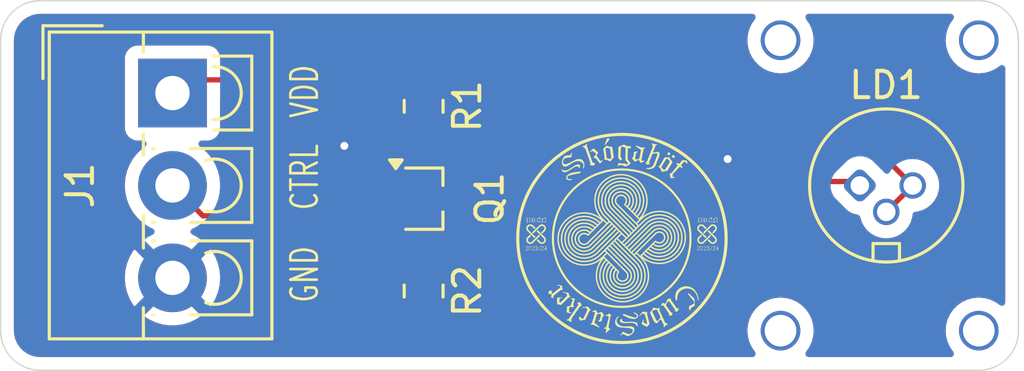
<source format=kicad_pcb>
(kicad_pcb (version 20221018) (generator pcbnew)
  (layers (0 "F.Cu" signal) (31 "B.Cu" signal) (34 "B.Paste" user) (35 "F.Paste" user) (36 "B.SilkS" user "B.Silkscreen") (37 "F.SilkS" user "F.Silkscreen") (38 "B.Mask" user) (39 "F.Mask" user) (44 "Edge.Cuts" user))
  (net 0 "")
  (net 1 "+5V")
  (net 2 "Net-(J1-Pin_2)")
  (net 3 "GND")
  (net 4 "Net-(Q1-D)")
  (net 5 "Net-(LD1-Pad2)")
  (footprint "Resistor_SMD:R_0805_2012Metric_Pad1.20x1.40mm_HandSolder" (layer "F.Cu") (at 124 99 -90)
    (fp_text reference "R2" (at 0 -1.65 90) (layer "F.SilkS"))
    (fp_text value "100k")
    (pad "1" smd roundrect (at -1 0 270) (size 1.2 1.4) (layers "F.Cu" "F.Paste" "F.Mask") (roundrect_rratio 0.2083333333) (net 2 "Net-(J1-Pin_2)"))
    (pad "2" smd roundrect (at 1 0 270) (size 1.2 1.4) (layers "F.Cu" "F.Paste" "F.Mask") (roundrect_rratio 0.2083333333) (net 3 "GND"))
  )
  (footprint "logo:Skógahöf_XS" (layer "F.Cu") (at 131.5 97)
    (fp_text reference "G***" hide)
    (fp_text value "LOGO" hide)
  )
  (footprint "Package_TO_SOT_SMD:SOT-323_SC-70" (layer "F.Cu") (at 124 95.5)
    (fp_text reference "Q1" (at 2.5 0 90) (layer "F.SilkS"))
    (fp_text value "NMOS")
    (pad "1" smd roundrect (at -1 -0.65 270) (size 0.45 0.7) (layers "F.Cu" "F.Paste" "F.Mask") (net 4 "Net-(Q1-D)"))
    (pad "2" smd roundrect (at -1 0.65 270) (size 0.45 0.7) (layers "F.Cu" "F.Paste" "F.Mask") (net 2 "Net-(J1-Pin_2)"))
    (pad "3" smd roundrect (at 1 0 270) (size 0.45 0.7) (layers "F.Cu" "F.Paste" "F.Mask") (net 3 "GND"))
  )
  (footprint "OptoDevice:LaserDiode_TO56-3" (layer "F.Cu") (at 140.5 95)
    (fp_text reference "LD1" (at 0.99 -3.8) (layer "F.SilkS"))
    (fp_text value "ADL-65055TL")
    (pad "1" thru_hole roundrect (at 0 0 45) (size 1 1) (drill 0.7) (layers "*.Cu" "*.Mask") (net 4 "Net-(Q1-D)"))
    (pad "2" thru_hole circle (at 1 1) (size 1 1) (drill 0.7) (layers "*.Cu" "*.Mask") (net 5 "Net-(LD1-Pad2)"))
    (pad "3" thru_hole circle (at 2 0) (size 1 1) (drill 0.7) (layers "*.Cu" "*.Mask") (net 5 "Net-(LD1-Pad2)"))
  )
  (footprint "TerminalBlock_4Ucon:TerminalBlock_4Ucon_1x03_P3.50mm_Vertical" (layer "F.Cu") (at 114.5 91.5 -90)
    (fp_text reference "J1" (at 3.5 3.5 90) (layer "F.SilkS"))
    (fp_text value "Raspi")
    (pad "1" thru_hole rect (at 0 0 270) (size 2.6 2.6) (drill 1.3) (layers "*.Cu" "*.Mask") (net 1 "+5V"))
    (pad "2" thru_hole circle (at 3.5 0 270) (size 2.6 2.6) (drill 1.3) (layers "*.Cu" "*.Mask") (net 2 "Net-(J1-Pin_2)"))
    (pad "3" thru_hole circle (at 7 0 270) (size 2.6 2.6) (drill 1.3) (layers "*.Cu" "*.Mask") (net 3 "GND"))
  )
  (footprint "Resistor_SMD:R_0805_2012Metric_Pad1.20x1.40mm_HandSolder" (layer "F.Cu") (at 124 92 -90)
    (fp_text reference "R1" (at 0 -1.65 90) (layer "F.SilkS"))
    (fp_text value "150")
    (pad "1" smd roundrect (at -1 0 270) (size 1.2 1.4) (layers "F.Cu" "F.Paste" "F.Mask") (roundrect_rratio 0.2083333333) (net 1 "+5V"))
    (pad "2" smd roundrect (at 1 0 270) (size 1.2 1.4) (layers "F.Cu" "F.Paste" "F.Mask") (roundrect_rratio 0.2083333333) (net 5 "Net-(LD1-Pad2)"))
  )
  (gr_arc (start 108 89.5) (mid 108.43934 88.43934) (end 109.5 88) (stroke (width 0.05)) (layer "Edge.Cuts"))
  (gr_line (start 109.5 102) (end 145 102) (stroke (width 0.05)) (layer "Edge.Cuts"))
  (gr_line (start 146.5 100.5) (end 146.5 89.5) (stroke (width 0.05)) (layer "Edge.Cuts"))
  (gr_arc (start 109.5 102) (mid 108.43934 101.56066) (end 108 100.5) (stroke (width 0.05)) (layer "Edge.Cuts"))
  (gr_line (start 108 89.5) (end 108 100.5) (stroke (width 0.05)) (layer "Edge.Cuts"))
  (gr_arc (start 145 88) (mid 146.06066 88.43934) (end 146.5 89.5) (stroke (width 0.05)) (layer "Edge.Cuts"))
  (gr_arc (start 146.5 100.5) (mid 146.06066 101.56066) (end 145 102) (stroke (width 0.05)) (layer "Edge.Cuts"))
  (gr_line (start 145 88) (end 109.5 88) (stroke (width 0.05)) (layer "Edge.Cuts"))
  (gr_text "CTRL" (at 119.5 96 90) (layer "F.SilkS") (effects (font (size 1 0.7) (thickness 0.1)) (justify left)))
  (gr_text "VDD" (at 119.5 92.5 90) (layer "F.SilkS") (effects (font (size 1 0.7) (thickness 0.1)) (justify left)))
  (gr_text "GND" (at 119.5 99.5 90) (layer "F.SilkS") (effects (font (size 1 0.7) (thickness 0.1)) (justify left)))
  (via (at 137.5 100.5) (size 1.5) (drill 1.2) (layers "F.Cu" "B.Cu") (net 0))
  (via (at 145 89.5) (size 1.5) (drill 1.2) (layers "F.Cu" "B.Cu") (net 0))
  (via (at 145 100.5) (size 1.5) (drill 1.2) (layers "F.Cu" "B.Cu") (net 0))
  (via (at 137.5 89.5) (size 1.5) (drill 1.2) (layers "F.Cu" "B.Cu") (net 0))
  (segment (start 124 91) (end 115 91) (width 0.2) (layer "F.Cu") (net 1))
  (segment (start 115 91) (end 114.5 91.5) (width 0.2) (layer "F.Cu") (net 1))
  (segment (start 115.5 90.5) (end 114.5 91.5) (width 0.2) (layer "F.Cu") (net 1))
  (segment (start 115.65 96.15) (end 114.5 95) (width 0.2) (layer "F.Cu") (net 2))
  (segment (start 124 98) (end 124 97.15) (width 0.2) (layer "F.Cu") (net 2))
  (segment (start 123 96.15) (end 115.65 96.15) (width 0.2) (layer "F.Cu") (net 2))
  (segment (start 124 97.15) (end 123 96.15) (width 0.2) (layer "F.Cu") (net 2))
  (via blind (at 135.5 94) (size 0.6) (drill 0.3) (layers "F.Cu" "B.Cu") (net 3))
  (via blind (at 121 93.5) (size 0.6) (drill 0.3) (layers "F.Cu" "B.Cu") (net 3))
  (segment (start 140.5 95) (end 140.35 94.85) (width 0.2) (layer "F.Cu") (net 4))
  (segment (start 140.35 94.85) (end 123 94.85) (width 0.2) (layer "F.Cu") (net 4))
  (segment (start 142.5 95) (end 141.5 96) (width 0.2) (layer "F.Cu") (net 5))
  (segment (start 124 93) (end 140.5 93) (width 0.2) (layer "F.Cu") (net 5))
  (segment (start 140.5 93) (end 142.5 95) (width 0.2) (layer "F.Cu") (net 5))
  (zone (net 3) (net_name "GND") (layer "F.Cu") (connect_pads (clearance 0.5)) (min_thickness 0.25) (fill yes (thermal_gap 0.5) (thermal_bridge_width 0.5))
    (polygon (pts (xy 146.5 102) (xy 108 102) (xy 108 88) (xy 146.5 88)))
  )
  (zone (net 3) (net_name "GND") (layer "B.Cu") (priority 1) (connect_pads (clearance 0.5)) (min_thickness 0.25) (fill yes (thermal_gap 0.5) (thermal_bridge_width 0.5))
    (polygon (pts (xy 146.5 88) (xy 146.5 102) (xy 108 102) (xy 108 88)))
  )
)
</source>
